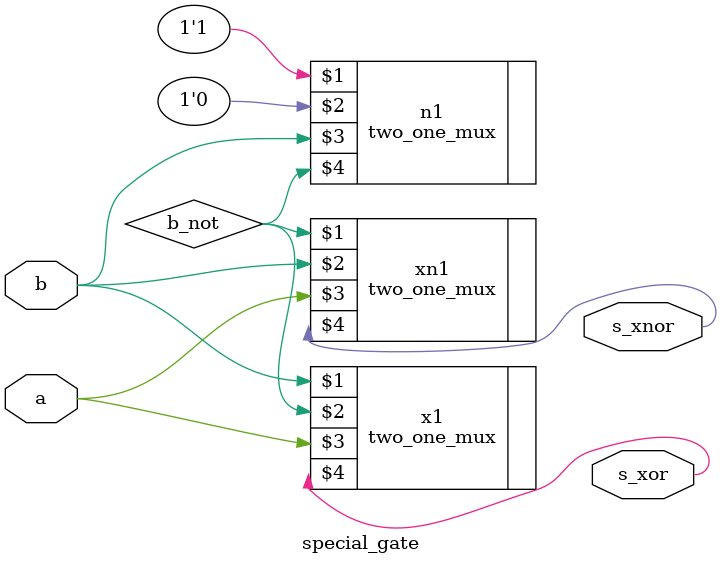
<source format=v>
`timescale 1ns / 1ps


module special_gate(
input a,b,
output s_xor,s_xnor
    );
    wire b_not;
two_one_mux n1(1'b1,1'b0,b,b_not);
two_one_mux x1(b,b_not,a,s_xor);
two_one_mux xn1(b_not,b,a,s_xnor);    

endmodule

</source>
